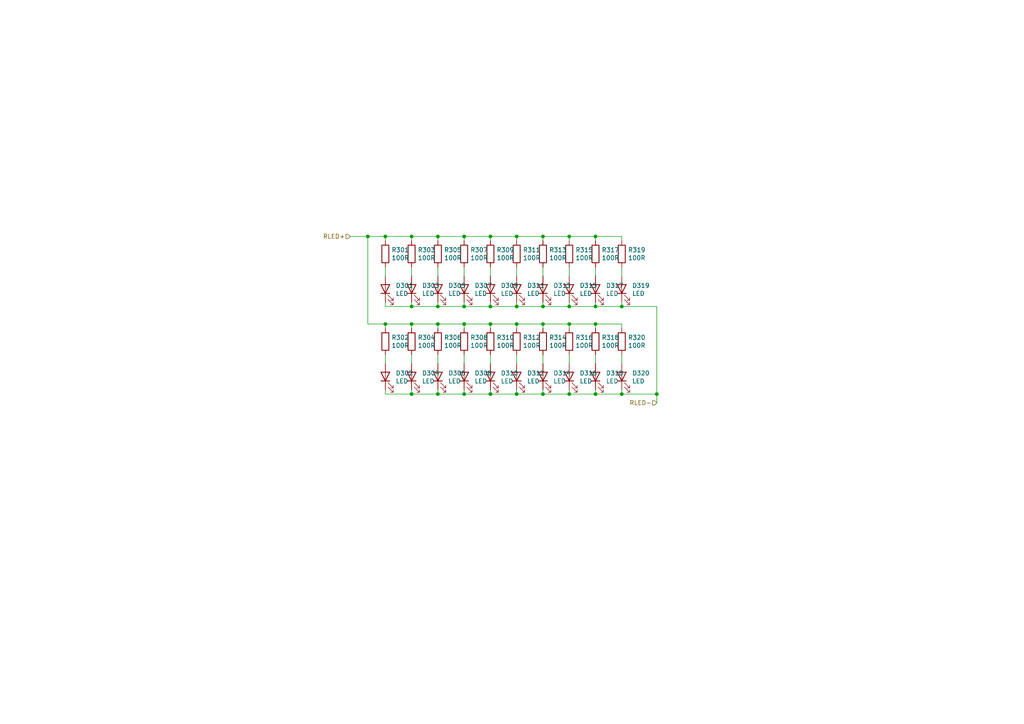
<source format=kicad_sch>
(kicad_sch (version 20211123) (generator eeschema)
  (paper "A4")
  (lib_symbols
    (symbol "Device:LED" (pin_numbers hide) (pin_names (offset 1.016) hide)
      (property "Reference" "D" (at 0 2.54 0))
      (property "Value" "Device_LED" (at 0 -2.54 0))
      (symbol "LED_0_1"
        (polyline (pts (xy -1.27 -1.27) (xy -1.27 1.27)) (stroke (width 0.254)))
        (polyline (pts (xy -1.27 0) (xy 1.27 0)))
        (polyline (pts (xy 1.27 -1.27) (xy 1.27 1.27) (xy -1.27 0) (xy 1.27 -1.27)) (stroke (width 0.254)))
        (polyline (pts (xy -3.048 -0.762) (xy -4.572 -2.286) (xy -3.81 -2.286) (xy -4.572 -2.286) (xy -4.572 -1.524)))
        (polyline (pts (xy -1.778 -0.762) (xy -3.302 -2.286) (xy -2.54 -2.286) (xy -3.302 -2.286) (xy -3.302 -1.524)))
      )
      (symbol "LED_1_1"
        (pin passive line (at -3.81 0 0) (length 2.54) (name "K") (number "1"))
        (pin passive line (at 3.81 0 180) (length 2.54) (name "A") (number "2"))
      )
    )
    (symbol "Device:R" (pin_numbers hide) (pin_names (offset 0))
      (property "Reference" "R" (at 2.032 0 90))
      (property "Value" "Device_R" (at 0 0 90))
      (symbol "R_0_1"
        (rectangle (start -1.016 -2.54) (end 1.016 2.54) (stroke (width 0.254)))
      )
      (symbol "R_1_1"
        (pin passive line (at 0 3.81 270) (length 1.27) (name "~") (number "1"))
        (pin passive line (at 0 -3.81 90) (length 1.27) (name "~") (number "2"))
      )
    )
  )
  (junction (at 127 114.3))
  (junction (at 142.24 68.58))
  (junction (at 134.62 68.58))
  (junction (at 157.48 68.58))
  (junction (at 157.48 93.98))
  (junction (at 134.62 114.3))
  (junction (at 157.48 88.9))
  (junction (at 142.24 88.9))
  (junction (at 180.34 88.9))
  (junction (at 165.1 93.98))
  (junction (at 106.68 68.58))
  (junction (at 172.72 93.98))
  (junction (at 142.24 114.3))
  (junction (at 172.72 114.3))
  (junction (at 165.1 114.3))
  (junction (at 134.62 88.9))
  (junction (at 119.38 93.98))
  (junction (at 127 68.58))
  (junction (at 127 88.9))
  (junction (at 165.1 68.58))
  (junction (at 172.72 88.9))
  (junction (at 149.86 114.3))
  (junction (at 134.62 93.98))
  (junction (at 111.76 68.58))
  (junction (at 149.86 88.9))
  (junction (at 127 93.98))
  (junction (at 149.86 68.58))
  (junction (at 111.76 93.98))
  (junction (at 149.86 93.98))
  (junction (at 172.72 68.58))
  (junction (at 119.38 68.58))
  (junction (at 190.5 114.3))
  (junction (at 119.38 114.3))
  (junction (at 157.48 114.3))
  (junction (at 119.38 88.9))
  (junction (at 165.1 88.9))
  (junction (at 180.34 114.3))
  (junction (at 142.24 93.98))
  (wire (pts (xy 119.38 87.63) (xy 119.38 88.9)))
  (wire (pts (xy 119.38 93.98) (xy 127 93.98)))
  (wire (pts (xy 149.86 87.63) (xy 149.86 88.9)))
  (wire (pts (xy 127 95.25) (xy 127 93.98)))
  (wire (pts (xy 119.38 68.58) (xy 127 68.58)))
  (wire (pts (xy 157.48 102.87) (xy 157.48 105.41)))
  (wire (pts (xy 157.48 87.63) (xy 157.48 88.9)))
  (wire (pts (xy 157.48 95.25) (xy 157.48 93.98)))
  (wire (pts (xy 127 114.3) (xy 134.62 114.3)))
  (wire (pts (xy 165.1 102.87) (xy 165.1 105.41)))
  (wire (pts (xy 134.62 87.63) (xy 134.62 88.9)))
  (wire (pts (xy 119.38 114.3) (xy 127 114.3)))
  (wire (pts (xy 127 87.63) (xy 127 88.9)))
  (wire (pts (xy 165.1 68.58) (xy 172.72 68.58)))
  (wire (pts (xy 111.76 93.98) (xy 119.38 93.98)))
  (wire (pts (xy 165.1 113.03) (xy 165.1 114.3)))
  (wire (pts (xy 111.76 68.58) (xy 119.38 68.58)))
  (wire (pts (xy 142.24 114.3) (xy 149.86 114.3)))
  (wire (pts (xy 172.72 102.87) (xy 172.72 105.41)))
  (wire (pts (xy 172.72 69.85) (xy 172.72 68.58)))
  (wire (pts (xy 157.48 68.58) (xy 165.1 68.58)))
  (wire (pts (xy 119.38 77.47) (xy 119.38 80.01)))
  (wire (pts (xy 111.76 95.25) (xy 111.76 93.98)))
  (wire (pts (xy 157.48 93.98) (xy 165.1 93.98)))
  (wire (pts (xy 142.24 93.98) (xy 149.86 93.98)))
  (wire (pts (xy 142.24 102.87) (xy 142.24 105.41)))
  (wire (pts (xy 127 102.87) (xy 127 105.41)))
  (wire (pts (xy 134.62 113.03) (xy 134.62 114.3)))
  (wire (pts (xy 134.62 68.58) (xy 142.24 68.58)))
  (wire (pts (xy 172.72 95.25) (xy 172.72 93.98)))
  (wire (pts (xy 134.62 95.25) (xy 134.62 93.98)))
  (wire (pts (xy 142.24 88.9) (xy 149.86 88.9)))
  (wire (pts (xy 190.5 88.9) (xy 190.5 114.3)))
  (wire (pts (xy 101.6 68.58) (xy 106.68 68.58)))
  (wire (pts (xy 134.62 69.85) (xy 134.62 68.58)))
  (wire (pts (xy 106.68 68.58) (xy 111.76 68.58)))
  (wire (pts (xy 180.34 114.3) (xy 190.5 114.3)))
  (wire (pts (xy 127 69.85) (xy 127 68.58)))
  (wire (pts (xy 180.34 69.85) (xy 180.34 68.58)))
  (wire (pts (xy 180.34 87.63) (xy 180.34 88.9)))
  (wire (pts (xy 111.76 102.87) (xy 111.76 105.41)))
  (wire (pts (xy 165.1 114.3) (xy 172.72 114.3)))
  (wire (pts (xy 149.86 114.3) (xy 157.48 114.3)))
  (wire (pts (xy 172.72 113.03) (xy 172.72 114.3)))
  (wire (pts (xy 106.68 68.58) (xy 106.68 93.98)))
  (wire (pts (xy 111.76 88.9) (xy 119.38 88.9)))
  (wire (pts (xy 165.1 87.63) (xy 165.1 88.9)))
  (wire (pts (xy 165.1 77.47) (xy 165.1 80.01)))
  (wire (pts (xy 111.76 69.85) (xy 111.76 68.58)))
  (wire (pts (xy 142.24 77.47) (xy 142.24 80.01)))
  (wire (pts (xy 142.24 68.58) (xy 149.86 68.58)))
  (wire (pts (xy 172.72 88.9) (xy 180.34 88.9)))
  (wire (pts (xy 142.24 95.25) (xy 142.24 93.98)))
  (wire (pts (xy 134.62 102.87) (xy 134.62 105.41)))
  (wire (pts (xy 119.38 69.85) (xy 119.38 68.58)))
  (wire (pts (xy 149.86 102.87) (xy 149.86 105.41)))
  (wire (pts (xy 134.62 114.3) (xy 142.24 114.3)))
  (wire (pts (xy 111.76 77.47) (xy 111.76 80.01)))
  (wire (pts (xy 157.48 114.3) (xy 165.1 114.3)))
  (wire (pts (xy 106.68 93.98) (xy 111.76 93.98)))
  (wire (pts (xy 134.62 77.47) (xy 134.62 80.01)))
  (wire (pts (xy 180.34 88.9) (xy 190.5 88.9)))
  (wire (pts (xy 119.38 95.25) (xy 119.38 93.98)))
  (wire (pts (xy 149.86 68.58) (xy 157.48 68.58)))
  (wire (pts (xy 119.38 102.87) (xy 119.38 105.41)))
  (wire (pts (xy 127 77.47) (xy 127 80.01)))
  (wire (pts (xy 149.86 69.85) (xy 149.86 68.58)))
  (wire (pts (xy 157.48 88.9) (xy 165.1 88.9)))
  (wire (pts (xy 180.34 102.87) (xy 180.34 105.41)))
  (wire (pts (xy 172.72 87.63) (xy 172.72 88.9)))
  (wire (pts (xy 190.5 114.3) (xy 190.5 116.84)))
  (wire (pts (xy 127 113.03) (xy 127 114.3)))
  (wire (pts (xy 149.86 88.9) (xy 157.48 88.9)))
  (wire (pts (xy 111.76 114.3) (xy 119.38 114.3)))
  (wire (pts (xy 127 93.98) (xy 134.62 93.98)))
  (wire (pts (xy 149.86 95.25) (xy 149.86 93.98)))
  (wire (pts (xy 157.48 69.85) (xy 157.48 68.58)))
  (wire (pts (xy 172.72 93.98) (xy 180.34 93.98)))
  (wire (pts (xy 157.48 113.03) (xy 157.48 114.3)))
  (wire (pts (xy 172.72 68.58) (xy 180.34 68.58)))
  (wire (pts (xy 172.72 77.47) (xy 172.72 80.01)))
  (wire (pts (xy 119.38 88.9) (xy 127 88.9)))
  (wire (pts (xy 165.1 93.98) (xy 172.72 93.98)))
  (wire (pts (xy 165.1 69.85) (xy 165.1 68.58)))
  (wire (pts (xy 127 68.58) (xy 134.62 68.58)))
  (wire (pts (xy 149.86 93.98) (xy 157.48 93.98)))
  (wire (pts (xy 127 88.9) (xy 134.62 88.9)))
  (wire (pts (xy 134.62 88.9) (xy 142.24 88.9)))
  (wire (pts (xy 157.48 77.47) (xy 157.48 80.01)))
  (wire (pts (xy 119.38 113.03) (xy 119.38 114.3)))
  (wire (pts (xy 180.34 95.25) (xy 180.34 93.98)))
  (wire (pts (xy 172.72 114.3) (xy 180.34 114.3)))
  (wire (pts (xy 180.34 77.47) (xy 180.34 80.01)))
  (wire (pts (xy 142.24 69.85) (xy 142.24 68.58)))
  (wire (pts (xy 142.24 113.03) (xy 142.24 114.3)))
  (wire (pts (xy 142.24 87.63) (xy 142.24 88.9)))
  (wire (pts (xy 180.34 113.03) (xy 180.34 114.3)))
  (wire (pts (xy 149.86 77.47) (xy 149.86 80.01)))
  (wire (pts (xy 165.1 88.9) (xy 172.72 88.9)))
  (wire (pts (xy 165.1 95.25) (xy 165.1 93.98)))
  (wire (pts (xy 111.76 113.03) (xy 111.76 114.3)))
  (wire (pts (xy 134.62 93.98) (xy 142.24 93.98)))
  (wire (pts (xy 111.76 87.63) (xy 111.76 88.9)))
  (wire (pts (xy 149.86 113.03) (xy 149.86 114.3)))
  (hierarchical_label "RLED+" (shape input) (at 101.6 68.58 180))
  (hierarchical_label "RLED-" (shape input) (at 190.5 116.84 180))
  (symbol (lib_id "Device:LED") (at 111.76 83.82 90)
    (property "Reference" "D301" (at 114.7572 82.8294 90) (effects (justify right)))
    (property "Value" "LED" (at 114.7572 85.1408 90) (effects (justify right)))
    (property "Footprint" "LED_THT:LED_D5.0mm_Horizontal_O1.27mm_Z3.0mm" (effects hide))
  )
  (symbol (lib_id "Device:R") (at 111.76 73.66 0)
    (property "Reference" "R301" (at 113.538 72.4916 0) (effects (justify left)))
    (property "Value" "100R" (at 113.538 74.803 0) (effects (justify left)))
    (property "Footprint" "Resistor_SMD:R_0805_2012Metric_Pad1.20x1.40mm_HandSolder" (effects hide))
  )
  (symbol (lib_id "Device:LED") (at 134.62 83.82 90)
    (property "Reference" "D307" (at 137.6172 82.8294 90) (effects (justify right)))
    (property "Value" "LED" (at 137.6172 85.1408 90) (effects (justify right)))
    (property "Footprint" "LED_THT:LED_D5.0mm_Horizontal_O1.27mm_Z3.0mm" (effects hide))
  )
  (symbol (lib_id "Device:LED") (at 142.24 83.82 90)
    (property "Reference" "D309" (at 145.2372 82.8294 90) (effects (justify right)))
    (property "Value" "LED" (at 145.2372 85.1408 90) (effects (justify right)))
    (property "Footprint" "LED_THT:LED_D5.0mm_Horizontal_O1.27mm_Z3.0mm" (effects hide))
  )
  (symbol (lib_id "Device:LED") (at 180.34 83.82 90)
    (property "Reference" "D319" (at 183.3372 82.8294 90) (effects (justify right)))
    (property "Value" "LED" (at 183.3372 85.1408 90) (effects (justify right)))
    (property "Footprint" "LED_THT:LED_D5.0mm_Horizontal_O1.27mm_Z3.0mm" (effects hide))
  )
  (symbol (lib_id "Device:LED") (at 111.76 109.22 90)
    (property "Reference" "D302" (at 114.7572 108.2294 90) (effects (justify right)))
    (property "Value" "LED" (at 114.7572 110.5408 90) (effects (justify right)))
    (property "Footprint" "LED_THT:LED_D5.0mm_Horizontal_O1.27mm_Z3.0mm" (effects hide))
  )
  (symbol (lib_id "Device:LED") (at 119.38 109.22 90)
    (property "Reference" "D304" (at 122.3772 108.2294 90) (effects (justify right)))
    (property "Value" "LED" (at 122.3772 110.5408 90) (effects (justify right)))
    (property "Footprint" "LED_THT:LED_D5.0mm_Horizontal_O1.27mm_Z3.0mm" (effects hide))
  )
  (symbol (lib_id "Device:LED") (at 127 109.22 90)
    (property "Reference" "D306" (at 129.9972 108.2294 90) (effects (justify right)))
    (property "Value" "LED" (at 129.9972 110.5408 90) (effects (justify right)))
    (property "Footprint" "LED_THT:LED_D5.0mm_Horizontal_O1.27mm_Z3.0mm" (effects hide))
  )
  (symbol (lib_id "Device:R") (at 119.38 73.66 0)
    (property "Reference" "R303" (at 121.158 72.4916 0) (effects (justify left)))
    (property "Value" "100R" (at 121.158 74.803 0) (effects (justify left)))
    (property "Footprint" "Resistor_SMD:R_0805_2012Metric_Pad1.20x1.40mm_HandSolder" (effects hide))
  )
  (symbol (lib_id "Device:R") (at 127 73.66 0)
    (property "Reference" "R305" (at 128.778 72.4916 0) (effects (justify left)))
    (property "Value" "100R" (at 128.778 74.803 0) (effects (justify left)))
    (property "Footprint" "Resistor_SMD:R_0805_2012Metric_Pad1.20x1.40mm_HandSolder" (effects hide))
  )
  (symbol (lib_id "Device:R") (at 134.62 73.66 0)
    (property "Reference" "R307" (at 136.398 72.4916 0) (effects (justify left)))
    (property "Value" "100R" (at 136.398 74.803 0) (effects (justify left)))
    (property "Footprint" "Resistor_SMD:R_0805_2012Metric_Pad1.20x1.40mm_HandSolder" (effects hide))
  )
  (symbol (lib_id "Device:R") (at 142.24 73.66 0)
    (property "Reference" "R309" (at 144.018 72.4916 0) (effects (justify left)))
    (property "Value" "100R" (at 144.018 74.803 0) (effects (justify left)))
    (property "Footprint" "Resistor_SMD:R_0805_2012Metric_Pad1.20x1.40mm_HandSolder" (effects hide))
  )
  (symbol (lib_id "Device:R") (at 149.86 73.66 0)
    (property "Reference" "R311" (at 151.638 72.4916 0) (effects (justify left)))
    (property "Value" "100R" (at 151.638 74.803 0) (effects (justify left)))
    (property "Footprint" "Resistor_SMD:R_0805_2012Metric_Pad1.20x1.40mm_HandSolder" (effects hide))
  )
  (symbol (lib_id "Device:R") (at 111.76 99.06 0)
    (property "Reference" "R302" (at 113.538 97.8916 0) (effects (justify left)))
    (property "Value" "100R" (at 113.538 100.203 0) (effects (justify left)))
    (property "Footprint" "Resistor_SMD:R_0805_2012Metric_Pad1.20x1.40mm_HandSolder" (effects hide))
  )
  (symbol (lib_id "Device:R") (at 119.38 99.06 0)
    (property "Reference" "R304" (at 121.158 97.8916 0) (effects (justify left)))
    (property "Value" "100R" (at 121.158 100.203 0) (effects (justify left)))
    (property "Footprint" "Resistor_SMD:R_0805_2012Metric_Pad1.20x1.40mm_HandSolder" (effects hide))
  )
  (symbol (lib_id "Device:R") (at 127 99.06 0)
    (property "Reference" "R306" (at 128.778 97.8916 0) (effects (justify left)))
    (property "Value" "100R" (at 128.778 100.203 0) (effects (justify left)))
    (property "Footprint" "Resistor_SMD:R_0805_2012Metric_Pad1.20x1.40mm_HandSolder" (effects hide))
  )
  (symbol (lib_id "Device:R") (at 134.62 99.06 0)
    (property "Reference" "R308" (at 136.398 97.8916 0) (effects (justify left)))
    (property "Value" "100R" (at 136.398 100.203 0) (effects (justify left)))
    (property "Footprint" "Resistor_SMD:R_0805_2012Metric_Pad1.20x1.40mm_HandSolder" (effects hide))
  )
  (symbol (lib_id "Device:R") (at 142.24 99.06 0)
    (property "Reference" "R310" (at 144.018 97.8916 0) (effects (justify left)))
    (property "Value" "100R" (at 144.018 100.203 0) (effects (justify left)))
    (property "Footprint" "Resistor_SMD:R_0805_2012Metric_Pad1.20x1.40mm_HandSolder" (effects hide))
  )
  (symbol (lib_id "Device:R") (at 149.86 99.06 0)
    (property "Reference" "R312" (at 151.638 97.8916 0) (effects (justify left)))
    (property "Value" "100R" (at 151.638 100.203 0) (effects (justify left)))
    (property "Footprint" "Resistor_SMD:R_0805_2012Metric_Pad1.20x1.40mm_HandSolder" (effects hide))
  )
  (symbol (lib_id "Device:R") (at 157.48 99.06 0)
    (property "Reference" "R314" (at 159.258 97.8916 0) (effects (justify left)))
    (property "Value" "100R" (at 159.258 100.203 0) (effects (justify left)))
    (property "Footprint" "Resistor_SMD:R_0805_2012Metric_Pad1.20x1.40mm_HandSolder" (effects hide))
  )
  (symbol (lib_id "Device:R") (at 165.1 99.06 0)
    (property "Reference" "R316" (at 166.878 97.8916 0) (effects (justify left)))
    (property "Value" "100R" (at 166.878 100.203 0) (effects (justify left)))
    (property "Footprint" "Resistor_SMD:R_0805_2012Metric_Pad1.20x1.40mm_HandSolder" (effects hide))
  )
  (symbol (lib_id "Device:R") (at 172.72 99.06 0)
    (property "Reference" "R318" (at 174.498 97.8916 0) (effects (justify left)))
    (property "Value" "100R" (at 174.498 100.203 0) (effects (justify left)))
    (property "Footprint" "Resistor_SMD:R_0805_2012Metric_Pad1.20x1.40mm_HandSolder" (effects hide))
  )
  (symbol (lib_id "Device:R") (at 180.34 99.06 0)
    (property "Reference" "R320" (at 182.118 97.8916 0) (effects (justify left)))
    (property "Value" "100R" (at 182.118 100.203 0) (effects (justify left)))
    (property "Footprint" "Resistor_SMD:R_0805_2012Metric_Pad1.20x1.40mm_HandSolder" (effects hide))
  )
  (symbol (lib_id "Device:R") (at 157.48 73.66 0)
    (property "Reference" "R313" (at 159.258 72.4916 0) (effects (justify left)))
    (property "Value" "100R" (at 159.258 74.803 0) (effects (justify left)))
    (property "Footprint" "Resistor_SMD:R_0805_2012Metric_Pad1.20x1.40mm_HandSolder" (effects hide))
  )
  (symbol (lib_id "Device:R") (at 165.1 73.66 0)
    (property "Reference" "R315" (at 166.878 72.4916 0) (effects (justify left)))
    (property "Value" "100R" (at 166.878 74.803 0) (effects (justify left)))
    (property "Footprint" "Resistor_SMD:R_0805_2012Metric_Pad1.20x1.40mm_HandSolder" (effects hide))
  )
  (symbol (lib_id "Device:R") (at 172.72 73.66 0)
    (property "Reference" "R317" (at 174.498 72.4916 0) (effects (justify left)))
    (property "Value" "100R" (at 174.498 74.803 0) (effects (justify left)))
    (property "Footprint" "Resistor_SMD:R_0805_2012Metric_Pad1.20x1.40mm_HandSolder" (effects hide))
  )
  (symbol (lib_id "Device:R") (at 180.34 73.66 0)
    (property "Reference" "R319" (at 182.118 72.4916 0) (effects (justify left)))
    (property "Value" "100R" (at 182.118 74.803 0) (effects (justify left)))
    (property "Footprint" "Resistor_SMD:R_0805_2012Metric_Pad1.20x1.40mm_HandSolder" (effects hide))
  )
  (symbol (lib_id "Device:LED") (at 119.38 83.82 90)
    (property "Reference" "D303" (at 122.3772 82.8294 90) (effects (justify right)))
    (property "Value" "LED" (at 122.3772 85.1408 90) (effects (justify right)))
    (property "Footprint" "LED_THT:LED_D5.0mm_Horizontal_O1.27mm_Z3.0mm" (effects hide))
  )
  (symbol (lib_id "Device:LED") (at 127 83.82 90)
    (property "Reference" "D305" (at 129.9972 82.8294 90) (effects (justify right)))
    (property "Value" "LED" (at 129.9972 85.1408 90) (effects (justify right)))
    (property "Footprint" "LED_THT:LED_D5.0mm_Horizontal_O1.27mm_Z3.0mm" (effects hide))
  )
  (symbol (lib_id "Device:LED") (at 149.86 83.82 90)
    (property "Reference" "D311" (at 152.8572 82.8294 90) (effects (justify right)))
    (property "Value" "LED" (at 152.8572 85.1408 90) (effects (justify right)))
    (property "Footprint" "LED_THT:LED_D5.0mm_Horizontal_O1.27mm_Z3.0mm" (effects hide))
  )
  (symbol (lib_id "Device:LED") (at 157.48 83.82 90)
    (property "Reference" "D313" (at 160.4772 82.8294 90) (effects (justify right)))
    (property "Value" "LED" (at 160.4772 85.1408 90) (effects (justify right)))
    (property "Footprint" "LED_THT:LED_D5.0mm_Horizontal_O1.27mm_Z3.0mm" (effects hide))
  )
  (symbol (lib_id "Device:LED") (at 165.1 83.82 90)
    (property "Reference" "D315" (at 168.0972 82.8294 90) (effects (justify right)))
    (property "Value" "LED" (at 168.0972 85.1408 90) (effects (justify right)))
    (property "Footprint" "LED_THT:LED_D5.0mm_Horizontal_O1.27mm_Z3.0mm" (effects hide))
  )
  (symbol (lib_id "Device:LED") (at 172.72 83.82 90)
    (property "Reference" "D317" (at 175.7172 82.8294 90) (effects (justify right)))
    (property "Value" "LED" (at 175.7172 85.1408 90) (effects (justify right)))
    (property "Footprint" "LED_THT:LED_D5.0mm_Horizontal_O1.27mm_Z3.0mm" (effects hide))
  )
  (symbol (lib_id "Device:LED") (at 134.62 109.22 90)
    (property "Reference" "D308" (at 137.6172 108.2294 90) (effects (justify right)))
    (property "Value" "LED" (at 137.6172 110.5408 90) (effects (justify right)))
    (property "Footprint" "LED_THT:LED_D5.0mm_Horizontal_O1.27mm_Z3.0mm" (effects hide))
  )
  (symbol (lib_id "Device:LED") (at 142.24 109.22 90)
    (property "Reference" "D310" (at 145.2372 108.2294 90) (effects (justify right)))
    (property "Value" "LED" (at 145.2372 110.5408 90) (effects (justify right)))
    (property "Footprint" "LED_THT:LED_D5.0mm_Horizontal_O1.27mm_Z3.0mm" (effects hide))
  )
  (symbol (lib_id "Device:LED") (at 149.86 109.22 90)
    (property "Reference" "D312" (at 152.8572 108.2294 90) (effects (justify right)))
    (property "Value" "LED" (at 152.8572 110.5408 90) (effects (justify right)))
    (property "Footprint" "LED_THT:LED_D5.0mm_Horizontal_O1.27mm_Z3.0mm" (effects hide))
  )
  (symbol (lib_id "Device:LED") (at 157.48 109.22 90)
    (property "Reference" "D314" (at 160.4772 108.2294 90) (effects (justify right)))
    (property "Value" "LED" (at 160.4772 110.5408 90) (effects (justify right)))
    (property "Footprint" "LED_THT:LED_D5.0mm_Horizontal_O1.27mm_Z3.0mm" (effects hide))
  )
  (symbol (lib_id "Device:LED") (at 165.1 109.22 90)
    (property "Reference" "D316" (at 168.0972 108.2294 90) (effects (justify right)))
    (property "Value" "LED" (at 168.0972 110.5408 90) (effects (justify right)))
    (property "Footprint" "LED_THT:LED_D5.0mm_Horizontal_O1.27mm_Z3.0mm" (effects hide))
  )
  (symbol (lib_id "Device:LED") (at 172.72 109.22 90)
    (property "Reference" "D318" (at 175.7172 108.2294 90) (effects (justify right)))
    (property "Value" "LED" (at 175.7172 110.5408 90) (effects (justify right)))
    (property "Footprint" "LED_THT:LED_D5.0mm_Horizontal_O1.27mm_Z3.0mm" (effects hide))
  )
  (symbol (lib_id "Device:LED") (at 180.34 109.22 90)
    (property "Reference" "D320" (at 183.3372 108.2294 90) (effects (justify right)))
    (property "Value" "LED" (at 183.3372 110.5408 90) (effects (justify right)))
    (property "Footprint" "LED_THT:LED_D5.0mm_Horizontal_O1.27mm_Z3.0mm" (effects hide))
  )
)
</source>
